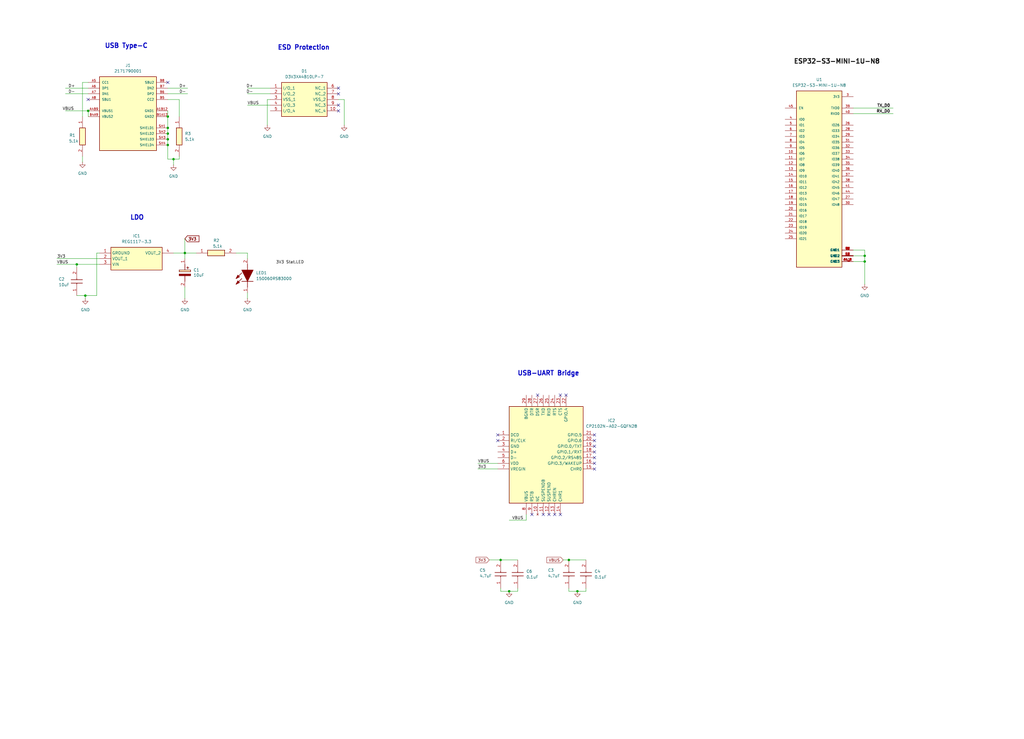
<source format=kicad_sch>
(kicad_sch (version 20250114) (generator "eeschema") (generator_version "9.0")
  (paper "User" 457.2 330.2)
  (lib_symbols
    (symbol "217179-0001:2171790001" (pin_names (offset 1.016))
      (property "Reference" "J" (at -12.7 16.002 0))
      (property "Value" "2171790001" (at -12.7 -18.542 0))
      (symbol "2171790001_0_0"
        (rectangle (start -12.7 -17.78) (end 12.7 15.24) (stroke (width 0.254)) (fill (type background)))
        (pin bidirectional line (at -17.78 12.7 0) (length 5.08) (name "CC1") (number "A5"))
        (pin bidirectional line (at -17.78 10.16 0) (length 5.08) (name "DP1") (number "A6"))
        (pin bidirectional line (at -17.78 7.62 0) (length 5.08) (name "DN1") (number "A7"))
        (pin bidirectional line (at -17.78 5.08 0) (length 5.08) (name "SBU1") (number "A8"))
        (pin power_in line (at -17.78 0 0) (length 5.08) (name "VBUS1") (number "A4B9"))
        (pin power_in line (at -17.78 -2.54 0) (length 5.08) (name "VBUS2") (number "B4A9"))
        (pin bidirectional line (at 17.78 12.7 180) (length 5.08) (name "SBU2") (number "B8"))
        (pin bidirectional line (at 17.78 10.16 180) (length 5.08) (name "DN2") (number "B7"))
        (pin bidirectional line (at 17.78 7.62 180) (length 5.08) (name "DP2") (number "B6"))
        (pin bidirectional line (at 17.78 5.08 180) (length 5.08) (name "CC2") (number "B5"))
        (pin power_in line (at 17.78 0 180) (length 5.08) (name "GND1") (number "A1B12"))
        (pin power_in line (at 17.78 -2.54 180) (length 5.08) (name "GND2") (number "B1A12"))
        (pin passive line (at 17.78 -7.62 180) (length 5.08) (name "SHIELD1") (number "SH1"))
        (pin passive line (at 17.78 -10.16 180) (length 5.08) (name "SHIELD2") (number "SH2"))
        (pin passive line (at 17.78 -12.7 180) (length 5.08) (name "SHIELD3") (number "SH3"))
        (pin passive line (at 17.78 -15.24 180) (length 5.08) (name "SHIELD4") (number "SH4"))
      )
    )
    (symbol "CP2102N-A02-GQFN28:CP2102N-A02-GQFN28"
      (property "Reference" "IC" (at 39.37 17.78 0))
      (property "Value" "CP2102N-A02-GQFN28" (at 39.37 15.24 0))
      (symbol "CP2102N-A02-GQFN28_1_1"
        (rectangle (start 5.08 12.7) (end 38.1 -30.48) (stroke (width 0.254)) (fill (type background)))
        (pin input line (at 0 0 0) (length 5.08) (name "DCD") (number "1"))
        (pin bidirectional line (at 0 -2.54 0) (length 5.08) (name "RI/CLK") (number "2"))
        (pin power_in line (at 0 -5.08 0) (length 5.08) (name "GND") (number "3"))
        (pin bidirectional line (at 0 -7.62 0) (length 5.08) (name "D+") (number "4"))
        (pin bidirectional line (at 0 -10.16 0) (length 5.08) (name "D-") (number "5"))
        (pin power_in line (at 0 -12.7 0) (length 5.08) (name "VDD") (number "6"))
        (pin power_in line (at 0 -15.24 0) (length 5.08) (name "VREGIN") (number "7"))
        (pin power_in line (at 12.7 17.78 270) (length 5.08) (name "BGND") (number "29"))
        (pin input line (at 12.7 -35.56 90) (length 5.08) (name "VBUS") (number "8"))
        (pin output line (at 15.24 17.78 270) (length 5.08) (name "DTR") (number "28"))
        (pin input line (at 15.24 -35.56 90) (length 5.08) (name "RSTB") (number "9"))
        (pin input line (at 17.78 17.78 270) (length 5.08) (name "DSR") (number "27"))
        (pin no_connect line (at 17.78 -35.56 90) (length 5.08) (name "NC") (number "10"))
        (pin output line (at 20.32 17.78 270) (length 5.08) (name "TXD") (number "26"))
        (pin output line (at 20.32 -35.56 90) (length 5.08) (name "SUSPENDB") (number "11"))
        (pin input line (at 22.86 17.78 270) (length 5.08) (name "RXD") (number "25"))
        (pin output line (at 22.86 -35.56 90) (length 5.08) (name "SUSPEND") (number "12"))
        (pin output line (at 25.4 17.78 270) (length 5.08) (name "RTS") (number "24"))
        (pin output line (at 25.4 -35.56 90) (length 5.08) (name "CHREN") (number "13"))
        (pin input line (at 27.94 17.78 270) (length 5.08) (name "CTS") (number "23"))
        (pin output line (at 27.94 -35.56 90) (length 5.08) (name "CHR1") (number "14"))
        (pin bidirectional line (at 30.48 17.78 270) (length 5.08) (name "GPIO.4") (number "22"))
        (pin bidirectional line (at 43.18 0 180) (length 5.08) (name "GPIO.5") (number "21"))
        (pin bidirectional line (at 43.18 -2.54 180) (length 5.08) (name "GPIO.6") (number "20"))
        (pin bidirectional line (at 43.18 -5.08 180) (length 5.08) (name "GPIO.0/TXT") (number "19"))
        (pin bidirectional line (at 43.18 -7.62 180) (length 5.08) (name "GPIO.1/RXT") (number "18"))
        (pin bidirectional line (at 43.18 -10.16 180) (length 5.08) (name "GPIO.2/RS485") (number "17"))
        (pin bidirectional line (at 43.18 -12.7 180) (length 5.08) (name "GPIO.3/WAKEUP") (number "16"))
        (pin output line (at 43.18 -15.24 180) (length 5.08) (name "CHR0") (number "15"))
      )
    )
    (symbol "Ceramic Cap 0.1uF 0603:06035C104JAZ2A" (pin_names (hide yes))
      (property "Reference" "C" (at 8.89 6.35 0))
      (property "Value" "06035C104JAZ2A" (at 8.89 3.81 0))
      (symbol "06035C104JAZ2A_1_1"
        (polyline (pts (xy 5.08 0) (xy 5.588 0)) (stroke (width 0.254)))
        (polyline (pts (xy 5.588 2.54) (xy 5.588 -2.54)) (stroke (width 0.254)))
        (polyline (pts (xy 7.112 2.54) (xy 7.112 -2.54)) (stroke (width 0.254)))
        (polyline (pts (xy 7.112 0) (xy 7.62 0)) (stroke (width 0.254)))
        (pin passive line (at 0 0 0) (length 5.08) (name "1") (number "1"))
        (pin passive line (at 12.7 0 180) (length 5.08) (name "2") (number "2"))
      )
    )
    (symbol "Ceramic Cap 10uF 0603:C1608X7R1A106M080AT" (pin_names (hide yes))
      (property "Reference" "C" (at 8.89 6.35 0))
      (property "Value" "C1608X7R1A106M080AT" (at 8.89 3.81 0))
      (symbol "C1608X7R1A106M080AT_1_1"
        (polyline (pts (xy 5.08 0) (xy 5.588 0)) (stroke (width 0.254)))
        (polyline (pts (xy 5.588 2.54) (xy 5.588 -2.54)) (stroke (width 0.254)))
        (polyline (pts (xy 7.112 2.54) (xy 7.112 -2.54)) (stroke (width 0.254)))
        (polyline (pts (xy 7.112 0) (xy 7.62 0)) (stroke (width 0.254)))
        (pin passive line (at 0 0 0) (length 5.08) (name "1") (number "1"))
        (pin passive line (at 12.7 0 180) (length 5.08) (name "2") (number "2"))
      )
    )
    (symbol "Ceramic Cap 4.7uF 0603:CGA3E1X5R0J475K080AC" (pin_names (hide yes))
      (property "Reference" "C" (at 8.89 6.35 0))
      (property "Value" "CGA3E1X5R0J475K080AC" (at 8.89 3.81 0))
      (symbol "CGA3E1X5R0J475K080AC_1_1"
        (polyline (pts (xy 5.08 0) (xy 5.588 0)) (stroke (width 0.254)))
        (polyline (pts (xy 5.588 2.54) (xy 5.588 -2.54)) (stroke (width 0.254)))
        (polyline (pts (xy 7.112 2.54) (xy 7.112 -2.54)) (stroke (width 0.254)))
        (polyline (pts (xy 7.112 0) (xy 7.62 0)) (stroke (width 0.254)))
        (pin passive line (at 0 0 0) (length 5.08) (name "1") (number "1"))
        (pin passive line (at 12.7 0 180) (length 5.08) (name "2") (number "2"))
      )
    )
    (symbol "D3V3XA4B10LP-7:D3V3XA4B10LP-7"
      (property "Reference" "D" (at 26.67 7.62 0))
      (property "Value" "D3V3XA4B10LP-7" (at 26.67 5.08 0))
      (symbol "D3V3XA4B10LP-7_1_1"
        (rectangle (start 5.08 2.54) (end 25.4 -12.7) (stroke (width 0.254)) (fill (type background)))
        (pin passive line (at 0 0 0) (length 5.08) (name "I/O_1") (number "1"))
        (pin passive line (at 0 -2.54 0) (length 5.08) (name "I/O_2") (number "2"))
        (pin passive line (at 0 -5.08 0) (length 5.08) (name "VSS_1") (number "3"))
        (pin passive line (at 0 -7.62 0) (length 5.08) (name "I/O_3") (number "4"))
        (pin passive line (at 0 -10.16 0) (length 5.08) (name "I/O_4") (number "5"))
        (pin passive line (at 30.48 0 180) (length 5.08) (name "NC_1") (number "6"))
        (pin passive line (at 30.48 -2.54 180) (length 5.08) (name "NC_2") (number "7"))
        (pin passive line (at 30.48 -5.08 180) (length 5.08) (name "VSS_2") (number "8"))
        (pin passive line (at 30.48 -7.62 180) (length 5.08) (name "NC_3") (number "9"))
        (pin passive line (at 30.48 -10.16 180) (length 5.08) (name "NC_4") (number "10"))
      )
    )
    (symbol "ESP32-S3-MINI-1U-N8:ESP32-S3-MINI-1U-N8" (pin_names (offset 1.016))
      (property "Reference" "U" (at -10.16 38.862 0))
      (property "Value" "ESP32-S3-MINI-1U-N8" (at -10.16 -43.18 0))
      (symbol "ESP32-S3-MINI-1U-N8_0_0"
        (rectangle (start -10.16 -40.64) (end 10.16 38.1) (stroke (width 0.254)) (fill (type background)))
        (pin input line (at -15.24 30.48 0) (length 5.08) (name "EN") (number "45"))
        (pin bidirectional line (at -15.24 25.4 0) (length 5.08) (name "IO0") (number "4"))
        (pin bidirectional line (at -15.24 22.86 0) (length 5.08) (name "IO1") (number "5"))
        (pin bidirectional line (at -15.24 20.32 0) (length 5.08) (name "IO2") (number "6"))
        (pin bidirectional line (at -15.24 17.78 0) (length 5.08) (name "IO3") (number "7"))
        (pin bidirectional line (at -15.24 15.24 0) (length 5.08) (name "IO4") (number "8"))
        (pin bidirectional line (at -15.24 12.7 0) (length 5.08) (name "IO5") (number "9"))
        (pin bidirectional line (at -15.24 10.16 0) (length 5.08) (name "IO6") (number "10"))
        (pin bidirectional line (at -15.24 7.62 0) (length 5.08) (name "IO7") (number "11"))
        (pin bidirectional line (at -15.24 5.08 0) (length 5.08) (name "IO8") (number "12"))
        (pin bidirectional line (at -15.24 2.54 0) (length 5.08) (name "IO9") (number "13"))
        (pin bidirectional line (at -15.24 0 0) (length 5.08) (name "IO10") (number "14"))
        (pin bidirectional line (at -15.24 -2.54 0) (length 5.08) (name "IO11") (number "15"))
        (pin bidirectional line (at -15.24 -5.08 0) (length 5.08) (name "IO12") (number "16"))
        (pin bidirectional line (at -15.24 -7.62 0) (length 5.08) (name "IO13") (number "17"))
        (pin bidirectional line (at -15.24 -10.16 0) (length 5.08) (name "IO14") (number "18"))
        (pin bidirectional line (at -15.24 -12.7 0) (length 5.08) (name "IO15") (number "19"))
        (pin bidirectional line (at -15.24 -15.24 0) (length 5.08) (name "IO16") (number "20"))
        (pin bidirectional line (at -15.24 -17.78 0) (length 5.08) (name "IO17") (number "21"))
        (pin bidirectional line (at -15.24 -20.32 0) (length 5.08) (name "IO18") (number "22"))
        (pin bidirectional line (at -15.24 -22.86 0) (length 5.08) (name "IO19") (number "23"))
        (pin bidirectional line (at -15.24 -25.4 0) (length 5.08) (name "IO20") (number "24"))
        (pin bidirectional line (at -15.24 -27.94 0) (length 5.08) (name "IO21") (number "25"))
        (pin power_in line (at 15.24 35.56 180) (length 5.08) (name "3V3") (number "3"))
        (pin bidirectional line (at 15.24 30.48 180) (length 5.08) (name "TXD0") (number "39"))
        (pin bidirectional line (at 15.24 27.94 180) (length 5.08) (name "RXD0") (number "40"))
        (pin bidirectional line (at 15.24 22.86 180) (length 5.08) (name "IO26") (number "26"))
        (pin bidirectional line (at 15.24 20.32 180) (length 5.08) (name "IO33") (number "28"))
        (pin bidirectional line (at 15.24 17.78 180) (length 5.08) (name "IO34") (number "29"))
        (pin bidirectional line (at 15.24 15.24 180) (length 5.08) (name "IO35") (number "31"))
        (pin bidirectional line (at 15.24 12.7 180) (length 5.08) (name "IO36") (number "32"))
        (pin bidirectional line (at 15.24 10.16 180) (length 5.08) (name "IO37") (number "33"))
        (pin bidirectional line (at 15.24 7.62 180) (length 5.08) (name "IO38") (number "34"))
        (pin bidirectional line (at 15.24 5.08 180) (length 5.08) (name "IO39") (number "35"))
        (pin bidirectional line (at 15.24 2.54 180) (length 5.08) (name "IO40") (number "36"))
        (pin bidirectional line (at 15.24 0 180) (length 5.08) (name "IO41") (number "37"))
        (pin bidirectional line (at 15.24 -2.54 180) (length 5.08) (name "IO42") (number "38"))
        (pin bidirectional line (at 15.24 -5.08 180) (length 5.08) (name "IO45") (number "41"))
        (pin bidirectional line (at 15.24 -7.62 180) (length 5.08) (name "IO46") (number "44"))
        (pin bidirectional line (at 15.24 -10.16 180) (length 5.08) (name "IO47") (number "27"))
        (pin bidirectional line (at 15.24 -12.7 180) (length 5.08) (name "IO48") (number "30"))
        (pin power_in line (at 15.24 -33.02 180) (length 5.08) (name "GND1") (number "1"))
        (pin power_in line (at 15.24 -33.02 180) (length 5.08) (name "GND1") (number "2"))
        (pin power_in line (at 15.24 -33.02 180) (length 5.08) (name "GND1") (number "42"))
        (pin power_in line (at 15.24 -33.02 180) (length 5.08) (name "GND1") (number "43"))
        (pin power_in line (at 15.24 -33.02 180) (length 5.08) (name "GND1") (number "46"))
        (pin power_in line (at 15.24 -33.02 180) (length 5.08) (name "GND1") (number "47"))
        (pin power_in line (at 15.24 -33.02 180) (length 5.08) (name "GND1") (number "48"))
        (pin power_in line (at 15.24 -33.02 180) (length 5.08) (name "GND1") (number "49"))
        (pin power_in line (at 15.24 -33.02 180) (length 5.08) (name "GND1") (number "50"))
        (pin power_in line (at 15.24 -33.02 180) (length 5.08) (name "GND1") (number "51"))
        (pin power_in line (at 15.24 -33.02 180) (length 5.08) (name "GND1") (number "52"))
        (pin power_in line (at 15.24 -33.02 180) (length 5.08) (name "GND1") (number "53"))
        (pin power_in line (at 15.24 -35.56 180) (length 5.08) (name "GND2") (number "54"))
        (pin power_in line (at 15.24 -35.56 180) (length 5.08) (name "GND2") (number "55"))
        (pin power_in line (at 15.24 -35.56 180) (length 5.08) (name "GND2") (number "56"))
        (pin power_in line (at 15.24 -35.56 180) (length 5.08) (name "GND2") (number "57"))
        (pin power_in line (at 15.24 -35.56 180) (length 5.08) (name "GND2") (number "58"))
        (pin power_in line (at 15.24 -35.56 180) (length 5.08) (name "GND2") (number "59"))
        (pin power_in line (at 15.24 -35.56 180) (length 5.08) (name "GND2") (number "62"))
        (pin power_in line (at 15.24 -35.56 180) (length 5.08) (name "GND2") (number "63"))
        (pin power_in line (at 15.24 -35.56 180) (length 5.08) (name "GND2") (number "64"))
        (pin power_in line (at 15.24 -35.56 180) (length 5.08) (name "GND2") (number "65"))
        (pin power_in line (at 15.24 -38.1 180) (length 5.08) (name "GND3") (number "60"))
        (pin power_in line (at 15.24 -38.1 180) (length 5.08) (name "GND3") (number "61_1"))
        (pin power_in line (at 15.24 -38.1 180) (length 5.08) (name "GND3") (number "61_2"))
        (pin power_in line (at 15.24 -38.1 180) (length 5.08) (name "GND3") (number "61_3"))
        (pin power_in line (at 15.24 -38.1 180) (length 5.08) (name "GND3") (number "61_4"))
        (pin power_in line (at 15.24 -38.1 180) (length 5.08) (name "GND3") (number "61_5"))
        (pin power_in line (at 15.24 -38.1 180) (length 5.08) (name "GND3") (number "61_6"))
        (pin power_in line (at 15.24 -38.1 180) (length 5.08) (name "GND3") (number "61_7"))
        (pin power_in line (at 15.24 -38.1 180) (length 5.08) (name "GND3") (number "61_8"))
        (pin power_in line (at 15.24 -38.1 180) (length 5.08) (name "GND3") (number "61_9"))
      )
    )
    (symbol "REG1117-3.3:REG1117-3.3"
      (property "Reference" "IC" (at 29.21 7.62 0))
      (property "Value" "REG1117-3.3" (at 29.21 5.08 0))
      (symbol "REG1117-3.3_1_1"
        (rectangle (start 5.08 2.54) (end 27.94 -7.62) (stroke (width 0.254)) (fill (type background)))
        (pin passive line (at 0 0 0) (length 5.08) (name "GROUND") (number "1"))
        (pin passive line (at 0 -2.54 0) (length 5.08) (name "VOUT_1") (number "2"))
        (pin passive line (at 0 -5.08 0) (length 5.08) (name "VIN") (number "3"))
        (pin passive line (at 33.02 0 180) (length 5.08) (name "VOUT_2") (number "4"))
      )
    )
    (symbol "Red LED 0603:150060RS83000" (pin_names (hide yes))
      (property "Reference" "LED" (at 12.7 8.89 0))
      (property "Value" "150060RS83000" (at 12.7 6.35 0))
      (symbol "150060RS83000_1_1"
        (polyline (pts (xy 2.54 0) (xy 5.08 0)) (stroke (width 0.254)))
        (polyline (pts (xy 5.08 2.54) (xy 5.08 -2.54)) (stroke (width 0.254)))
        (polyline (pts (xy 5.08 0) (xy 10.16 2.54) (xy 10.16 -2.54) (xy 5.08 0)) (stroke (width 0.254)) (fill (type outline)))
        (polyline (pts (xy 5.334 4.318) (xy 4.572 3.556) (xy 3.81 5.08) (xy 5.334 4.318)) (stroke (width 0.254)) (fill (type outline)))
        (polyline (pts (xy 6.35 2.54) (xy 3.81 5.08)) (stroke (width 0.254)))
        (polyline (pts (xy 7.874 4.318) (xy 7.112 3.556) (xy 6.35 5.08) (xy 7.874 4.318)) (stroke (width 0.254)) (fill (type outline)))
        (polyline (pts (xy 8.89 2.54) (xy 6.35 5.08)) (stroke (width 0.254)))
        (polyline (pts (xy 10.16 0) (xy 12.7 0)) (stroke (width 0.254)))
        (pin passive line (at 0 0 0) (length 2.54) (name "K") (number "1"))
        (pin passive line (at 15.24 0 180) (length 2.54) (name "A") (number "2"))
      )
    )
    (symbol "Res 5.1k 0603:CR0603-FX-5101ELF" (pin_names (hide yes))
      (property "Reference" "R" (at 13.97 6.35 0))
      (property "Value" "CR0603-FX-5101ELF" (at 13.97 3.81 0))
      (symbol "CR0603-FX-5101ELF_1_1"
        (rectangle (start 5.08 1.27) (end 12.7 -1.27) (stroke (width 0.254)) (fill (type background)))
        (pin passive line (at 0 0 0) (length 5.08) (name "1") (number "1"))
        (pin passive line (at 17.78 0 180) (length 5.08) (name "2") (number "2"))
      )
    )
    (symbol "Tant Cap 10uF 0603:298D106X0010M2T" (pin_names (hide yes))
      (property "Reference" "C" (at 8.89 6.35 0))
      (property "Value" "298D106X0010M2T" (at 8.89 3.81 0))
      (symbol "298D106X0010M2T_1_1"
        (polyline (pts (xy 2.54 0) (xy 5.08 0)) (stroke (width 0.254)))
        (polyline (pts (xy 4.064 1.778) (xy 4.064 0.762)) (stroke (width 0.254)))
        (polyline (pts (xy 4.572 1.27) (xy 3.556 1.27)) (stroke (width 0.254)))
        (rectangle (start 5.08 2.54) (end 5.842 -2.54) (stroke (width 0.254)) (fill (type background)))
        (polyline (pts (xy 7.62 2.54) (xy 7.62 -2.54) (xy 6.858 -2.54) (xy 6.858 2.54) (xy 7.62 2.54)) (stroke (width 0.254)) (fill (type outline)))
        (polyline (pts (xy 7.62 0) (xy 10.16 0)) (stroke (width 0.254)))
        (pin passive line (at 0 0 0) (length 2.54) (name "+") (number "1"))
        (pin passive line (at 12.7 0 180) (length 2.54) (name "-") (number "2"))
      )
    )
    (symbol "power:GND" (power) (pin_numbers (hide yes)) (pin_names (offset 0) (hide yes))
      (property "Value" "GND" (at 0 -3.81 0))
      (symbol "GND_0_1"
        (polyline (pts (xy 0 0) (xy 0 -1.27) (xy 1.27 -1.27) (xy 0 -2.54) (xy -1.27 -1.27) (xy 0 -1.27)))
      )
      (symbol "GND_1_1"
        (pin power_in line (at 0 0 270) (length 0) (name "~") (number "1"))
      )
    )
  )
  (text "LDO\n" (at 61.214 97.282 0) (effects (font (size 2.032 2.032) (thickness 0.4064) (bold yes))))
  (text "USB-UART Bridge\n" (at 244.856 166.878 0) (effects (font (size 2.032 2.032) (thickness 0.4064) (bold yes))))
  (text "ESD Protection \n" (at 136.398 21.336 0) (effects (font (size 2.032 2.032) (thickness 0.4064) (bold yes))))
  (text "USB Type-C\n" (at 56.388 20.574 0) (effects (font (size 2.032 2.032) (thickness 0.4064) (bold yes))))
  (junction (at 254 250.19))
  (junction (at 74.93 62.23))
  (junction (at 74.93 52.07))
  (junction (at 257.81 264.16))
  (junction (at 39.37 49.53))
  (junction (at 74.93 64.77))
  (junction (at 386.08 114.3))
  (junction (at 77.47 71.12))
  (junction (at 386.08 116.84))
  (junction (at 34.29 118.11))
  (junction (at 74.93 57.15))
  (junction (at 74.93 59.69))
  (junction (at 227.33 264.16))
  (junction (at 82.55 113.03))
  (junction (at 38.1 132.08))
  (junction (at 223.52 250.19))
  (no_connect (at 240.03 176.53))
  (no_connect (at 242.57 229.87))
  (no_connect (at 74.93 36.83))
  (no_connect (at 151.13 49.53))
  (no_connect (at 222.25 194.31))
  (no_connect (at 265.43 207.01))
  (no_connect (at 265.43 194.31))
  (no_connect (at 245.11 229.87))
  (no_connect (at 250.19 176.53))
  (no_connect (at 237.49 229.87))
  (no_connect (at 250.19 229.87))
  (no_connect (at 265.43 201.93))
  (no_connect (at 265.43 196.85))
  (no_connect (at 151.13 39.37))
  (no_connect (at 222.25 196.85))
  (no_connect (at 151.13 46.99))
  (no_connect (at 265.43 209.55))
  (no_connect (at 265.43 199.39))
  (no_connect (at 247.65 229.87))
  (no_connect (at 151.13 41.91))
  (no_connect (at 265.43 204.47))
  (no_connect (at 252.73 176.53))
  (no_connect (at 39.37 44.45))
  (wire (pts (xy 386.08 114.3) (xy 386.08 116.84)))
  (wire (pts (xy 80.01 44.45) (xy 80.01 52.07)))
  (wire (pts (xy 254 250.19) (xy 261.62 250.19)))
  (wire (pts (xy 381 116.84) (xy 386.08 116.84)))
  (wire (pts (xy 251.46 250.19) (xy 254 250.19)))
  (wire (pts (xy 74.93 59.69) (xy 74.93 62.23)))
  (wire (pts (xy 74.93 49.53) (xy 74.93 52.07)))
  (wire (pts (xy 29.21 41.91) (xy 39.37 41.91)))
  (wire (pts (xy 34.29 118.11) (xy 34.29 119.38)))
  (wire (pts (xy 227.33 264.16) (xy 231.14 264.16)))
  (wire (pts (xy 74.93 39.37) (xy 83.82 39.37)))
  (wire (pts (xy 386.08 116.84) (xy 386.08 127)))
  (wire (pts (xy 36.83 69.85) (xy 36.83 72.39)))
  (wire (pts (xy 74.93 62.23) (xy 74.93 64.77)))
  (wire (pts (xy 218.44 250.19) (xy 223.52 250.19)))
  (wire (pts (xy 254 262.89) (xy 254 264.16)))
  (wire (pts (xy 82.55 113.03) (xy 82.55 115.57)))
  (wire (pts (xy 77.47 71.12) (xy 80.01 71.12)))
  (wire (pts (xy 82.55 113.03) (xy 87.63 113.03)))
  (wire (pts (xy 29.21 39.37) (xy 39.37 39.37)))
  (wire (pts (xy 105.41 113.03) (xy 110.49 113.03)))
  (wire (pts (xy 34.29 132.08) (xy 38.1 132.08)))
  (wire (pts (xy 77.47 73.66) (xy 77.47 71.12)))
  (wire (pts (xy 110.49 113.03) (xy 110.49 115.57)))
  (wire (pts (xy 257.81 264.16) (xy 261.62 264.16)))
  (wire (pts (xy 77.47 113.03) (xy 82.55 113.03)))
  (wire (pts (xy 43.18 113.03) (xy 43.18 132.08)))
  (wire (pts (xy 25.4 115.57) (xy 44.45 115.57)))
  (wire (pts (xy 74.93 52.07) (xy 74.93 57.15)))
  (wire (pts (xy 110.49 46.99) (xy 120.65 46.99)))
  (wire (pts (xy 231.14 262.89) (xy 231.14 264.16)))
  (wire (pts (xy 234.95 229.87) (xy 234.95 232.41)))
  (wire (pts (xy 254 264.16) (xy 257.81 264.16)))
  (wire (pts (xy 110.49 39.37) (xy 120.65 39.37)))
  (wire (pts (xy 151.13 44.45) (xy 153.67 44.45)))
  (wire (pts (xy 74.93 41.91) (xy 83.82 41.91)))
  (wire (pts (xy 213.36 207.01) (xy 222.25 207.01)))
  (wire (pts (xy 36.83 36.83) (xy 36.83 52.07)))
  (wire (pts (xy 223.52 250.19) (xy 231.14 250.19)))
  (wire (pts (xy 38.1 132.08) (xy 43.18 132.08)))
  (wire (pts (xy 38.1 132.08) (xy 38.1 133.35)))
  (wire (pts (xy 381 50.8) (xy 398.78 50.8)))
  (wire (pts (xy 381 111.76) (xy 386.08 111.76)))
  (wire (pts (xy 381 114.3) (xy 386.08 114.3)))
  (wire (pts (xy 261.62 262.89) (xy 261.62 264.16)))
  (wire (pts (xy 74.93 57.15) (xy 74.93 59.69)))
  (wire (pts (xy 119.38 55.88) (xy 119.38 44.45)))
  (wire (pts (xy 82.55 106.68) (xy 82.55 113.03)))
  (wire (pts (xy 119.38 44.45) (xy 120.65 44.45)))
  (wire (pts (xy 223.52 264.16) (xy 227.33 264.16)))
  (wire (pts (xy 29.21 49.53) (xy 39.37 49.53)))
  (wire (pts (xy 82.55 128.27) (xy 82.55 133.35)))
  (wire (pts (xy 227.33 232.41) (xy 234.95 232.41)))
  (wire (pts (xy 110.49 130.81) (xy 110.49 133.35)))
  (wire (pts (xy 34.29 118.11) (xy 44.45 118.11)))
  (wire (pts (xy 386.08 111.76) (xy 386.08 114.3)))
  (wire (pts (xy 381 48.26) (xy 398.78 48.26)))
  (wire (pts (xy 74.93 64.77) (xy 74.93 71.12)))
  (wire (pts (xy 74.93 71.12) (xy 77.47 71.12)))
  (wire (pts (xy 223.52 262.89) (xy 223.52 264.16)))
  (wire (pts (xy 44.45 113.03) (xy 43.18 113.03)))
  (wire (pts (xy 153.67 44.45) (xy 153.67 55.88)))
  (wire (pts (xy 36.83 36.83) (xy 39.37 36.83)))
  (wire (pts (xy 80.01 44.45) (xy 74.93 44.45)))
  (wire (pts (xy 39.37 49.53) (xy 39.37 52.07)))
  (wire (pts (xy 25.4 118.11) (xy 34.29 118.11)))
  (wire (pts (xy 213.36 209.55) (xy 222.25 209.55)))
  (wire (pts (xy 110.49 41.91) (xy 120.65 41.91)))
  (wire (pts (xy 80.01 69.85) (xy 80.01 71.12)))
  (label "D-" (at 113.03 41.91 180))
  (label "3V3" (at 29.21 115.57 180) (effects (font (thickness 0.1588))))
  (label "VBUS" (at 228.6 232.41 0))
  (label "D-" (at 30.48 41.91 0))
  (label "ESP32-S3-MINI-1U-N8" (at 354.33 29.21 0) (effects (font (size 2.032 2.032) (thickness 0.4064) (bold yes))))
  (label "VBUS" (at 30.48 118.11 180) (effects (font (thickness 0.1588))))
  (label "D+" (at 113.03 39.37 180))
  (label "VBUS" (at 33.02 49.53 180) (effects (font (thickness 0.1588))))
  (label "VBUS" (at 213.36 207.01 0))
  (label "TX_D0" (at 397.51 48.26 180) (effects (font (thickness 0.254) (bold yes))))
  (label "VBUS" (at 110.49 46.99 0))
  (label "D+" (at 80.01 39.37 0))
  (label "3V3" (at 213.36 209.55 0))
  (label "D+" (at 30.48 39.37 0))
  (label "RX_D0" (at 397.51 50.8 180) (effects (font (thickness 0.254) (bold yes))))
  (label "3V3 Stat.LED" (at 123.19 118.11 0))
  (label "D-" (at 80.01 41.91 0))
  (global_label "VBUS" (shape input) (at 251.46 250.19 180) (property "Intersheetrefs" "${INTERSHEET_REFS}" (effects (hide yes))))
  (global_label "3V3" (shape input) (at 82.55 106.68 0) (effects (font (thickness 0.254) (bold yes))) (property "Intersheetrefs" "${INTERSHEET_REFS}" (effects (hide yes))))
  (global_label "3V3" (shape input) (at 218.44 250.19 180) (property "Intersheetrefs" "${INTERSHEET_REFS}" (effects (hide yes))))
  (symbol (lib_id "power:GND") (at 36.83 72.39 0) (unit 1)
    (property "Reference" "#PWR01" (effects (hide yes)))
    (property "Value" "GND" (at 36.83 77.47 0))
    (property "Description" "Power symbol creates a global label with name \"GND\" , ground" (effects (hide yes)))
  )
  (symbol (lib_id "power:GND") (at 38.1 133.35 0) (unit 1)
    (property "Reference" "#PWR06" (effects (hide yes)))
    (property "Value" "GND" (at 38.1 138.43 0))
    (property "Description" "Power symbol creates a global label with name \"GND\" , ground" (effects (hide yes)))
  )
  (symbol (lib_id "power:GND") (at 77.47 73.66 0) (unit 1)
    (property "Reference" "#PWR02" (effects (hide yes)))
    (property "Value" "GND" (at 77.47 78.74 0))
    (property "Description" "Power symbol creates a global label with name \"GND\" , ground" (effects (hide yes)))
  )
  (symbol (lib_id "Ceramic Cap 0.1uF 0603:06035C104JAZ2A") (at 261.62 262.89 90) (unit 1)
    (property "Reference" "C4" (at 265.43 255.2699 90) (effects (justify right)))
    (property "Value" "0.1uF" (at 265.43 257.8099 90) (effects (justify right)))
    (property "Footprint" "CAPC1608X90N" (effects (hide yes)))
    (property "Datasheet" "https://componentsearchengine.com/Datasheets/1/06031A100FAT2A.pdf" (effects (hide yes)))
    (property "Description" "Multilayer Ceramic Capacitors MLCC - SMD/SMT 50V .1uF X7R 0603 5% Tol FLEX" (effects (hide yes)))
    (property "Height" "0.9" (effects (hide yes)))
    (property "Mouser Part Number" "581-06035C104JAZ2A" (effects (hide yes)))
    (property "Mouser Price/Stock" "https://www.mouser.co.uk/ProductDetail/KYOCERA-AVX/06035C104JAZ2A?qs=EDI1jfcU%252BUBRJ28zH0bamw%3D%3D" (effects (hide yes)))
    (property "Manufacturer_Name" "Kyocera AVX" (effects (hide yes)))
    (property "Manufacturer_Part_Number" "06035C104JAZ2A" (effects (hide yes)))
  )
  (symbol (lib_id "power:GND") (at 110.49 133.35 0) (unit 1)
    (property "Reference" "#PWR07" (effects (hide yes)))
    (property "Value" "GND" (at 110.49 138.43 0))
    (property "Description" "Power symbol creates a global label with name \"GND\" , ground" (effects (hide yes)))
  )
  (symbol (lib_id "power:GND") (at 386.08 127 0) (unit 1)
    (property "Reference" "#PWR08" (effects (hide yes)))
    (property "Value" "GND" (at 386.08 132.08 0))
    (property "Description" "Power symbol creates a global label with name \"GND\" , ground" (effects (hide yes)))
  )
  (symbol (lib_id "power:GND") (at 257.81 264.16 0) (unit 1)
    (property "Reference" "#PWR09" (effects (hide yes)))
    (property "Value" "GND" (at 257.81 269.24 0))
    (property "Description" "Power symbol creates a global label with name \"GND\" , ground" (effects (hide yes)))
  )
  (symbol (lib_id "ESP32-S3-MINI-1U-N8:ESP32-S3-MINI-1U-N8") (at 365.76 78.74 0) (unit 1)
    (property "Reference" "U1" (at 365.76 35.56 0))
    (property "Value" "ESP32-S3-MINI-1U-N8" (at 365.76 38.1 0))
    (property "Footprint" "ESP32-S3-MINI-1U-N8:XCVR_ESP32-S3-MINI-1U-N8" (effects (hide yes)))
    (property "MF" "Espressif Systems" (effects (hide yes)))
    (property "MAXIMUM_PACKAGE_HEIGHT" "2.55 mm" (effects (hide yes)))
    (property "Package" "VFQFN-56 Espressif Systems" (effects (hide yes)))
    (property "Price" "None" (effects (hide yes)))
    (property "Check_prices" "https://www.snapeda.com/parts/ESP32-S3-MINI-1U-N8/Espressif+Systems/view-part/?ref=eda" (effects (hide yes)))
    (property "STANDARD" "Manufacturer recommendations" (effects (hide yes)))
    (property "PARTREV" "1.2" (effects (hide yes)))
    (property "SnapEDA_Link" "https://www.snapeda.com/parts/ESP32-S3-MINI-1U-N8/Espressif+Systems/view-part/?ref=snap" (effects (hide yes)))
    (property "MP" "ESP32-S3-MINI-1U-N8" (effects (hide yes)))
    (property "Description_1" "Bluetooth, WiFi 802.11b/g/n, Bluetooth v5.0 Transceiver Module 2.4GHz Antenna Not Included, U.FL Surface Mount" (effects (hide yes)))
    (property "Availability" "In Stock" (effects (hide yes)))
    (property "MANUFACTURER" "Espressif Systems" (effects (hide yes)))
  )
  (symbol (lib_id "Ceramic Cap 4.7uF 0603:CGA3E1X5R0J475K080AC") (at 223.52 262.89 90) (unit 1)
    (property "Reference" "C5" (at 214.122 254.762 90) (effects (justify right)))
    (property "Value" "4.7uF" (at 214.122 257.302 90) (effects (justify right)))
    (property "Footprint" "CAPC1608X90N" (effects (hide yes)))
    (property "Description" "Multilayer Ceramic Chip Capacitors, Capacitance=4.7uF, LxWxT:1.6x0.8x0.8mm" (effects (hide yes)))
    (property "Height" "0.9" (effects (hide yes)))
    (property "Mouser Part Number" "810-CGA3E1X5R0J475K" (effects (hide yes)))
    (property "Mouser Price/Stock" "https://www.mouser.co.uk/ProductDetail/TDK/CGA3E1X5R0J475K080AC?qs=NRhsANhppD%2FXGKZ5N5lDCw%3D%3D" (effects (hide yes)))
    (property "Manufacturer_Name" "TDK" (effects (hide yes)))
    (property "Manufacturer_Part_Number" "CGA3E1X5R0J475K080AC" (effects (hide yes)))
  )
  (symbol (lib_id "Ceramic Cap 0.1uF 0603:06035C104JAZ2A") (at 231.14 262.89 90) (unit 1)
    (property "Reference" "C6" (at 234.95 255.2699 90) (effects (justify right)))
    (property "Value" "0.1uF" (at 234.95 257.8099 90) (effects (justify right)))
    (property "Footprint" "CAPC1608X90N" (effects (hide yes)))
    (property "Datasheet" "https://componentsearchengine.com/Datasheets/1/06031A100FAT2A.pdf" (effects (hide yes)))
    (property "Description" "Multilayer Ceramic Capacitors MLCC - SMD/SMT 50V .1uF X7R 0603 5% Tol FLEX" (effects (hide yes)))
    (property "Height" "0.9" (effects (hide yes)))
    (property "Mouser Part Number" "581-06035C104JAZ2A" (effects (hide yes)))
    (property "Mouser Price/Stock" "https://www.mouser.co.uk/ProductDetail/KYOCERA-AVX/06035C104JAZ2A?qs=EDI1jfcU%252BUBRJ28zH0bamw%3D%3D" (effects (hide yes)))
    (property "Manufacturer_Name" "Kyocera AVX" (effects (hide yes)))
    (property "Manufacturer_Part_Number" "06035C104JAZ2A" (effects (hide yes)))
  )
  (symbol (lib_id "D3V3XA4B10LP-7:D3V3XA4B10LP-7") (at 120.65 39.37 0) (unit 1)
    (property "Reference" "D1" (at 135.89 31.75 0))
    (property "Value" "D3V3XA4B10LP-7" (at 135.89 34.29 0))
    (property "Footprint" "D3V3XA4B10LP7" (effects (hide yes)))
    (property "Datasheet" "https://www.diodes.com/assets/Datasheets/D3V3XA4B10LP.pdf" (effects (hide yes)))
    (property "Description" "9.4V (Typ) Clamp 4A (8/20s) Ipp Tvs Diode Surface Mount U-DFN2510-10" (effects (hide yes)))
    (property "Height" "0.605" (effects (hide yes)))
    (property "Mouser Part Number" "621-D3V3XA4B10LP-7" (effects (hide yes)))
    (property "Mouser Price/Stock" "https://www.mouser.co.uk/ProductDetail/Diodes-Incorporated/D3V3XA4B10LP-7?qs=gZXFycFWdAPojYkoyRsLeQ%3D%3D" (effects (hide yes)))
    (property "Manufacturer_Name" "Diodes Incorporated" (effects (hide yes)))
    (property "Manufacturer_Part_Number" "D3V3XA4B10LP-7" (effects (hide yes)))
  )
  (symbol (lib_id "power:GND") (at 82.55 133.35 0) (unit 1)
    (property "Reference" "#PWR05" (effects (hide yes)))
    (property "Value" "GND" (at 82.55 138.43 0))
    (property "Description" "Power symbol creates a global label with name \"GND\" , ground" (effects (hide yes)))
  )
  (symbol (lib_id "Res 5.1k 0603:CR0603-FX-5101ELF") (at 36.83 52.07 270) (unit 1)
    (property "Reference" "R1" (at 30.988 60.452 90) (effects (justify left)))
    (property "Value" "5.1k" (at 30.734 62.992 90) (effects (justify left)))
    (property "Footprint" "RESC1608X55N" (effects (hide yes)))
    (property "Datasheet" "https://www.bourns.com/pdfs/chpreztr.pdf" (effects (hide yes)))
    (property "Description" "BOURNS - CR0603-FX-5101ELF - RES, THICK FILM, 5K1, 1%, 0.1W, 0603" (effects (hide yes)))
    (property "Height" "0.55" (effects (hide yes)))
    (property "Mouser Part Number" "652-CR0603FX-5101ELF" (effects (hide yes)))
    (property "Mouser Price/Stock" "https://www.mouser.co.uk/ProductDetail/Bourns/CR0603-FX-5101ELF?qs=0nF2VnfAjXkzZl7D0jRjmQ%3D%3D" (effects (hide yes)))
    (property "Manufacturer_Name" "Bourns" (effects (hide yes)))
    (property "Manufacturer_Part_Number" "CR0603-FX-5101ELF" (effects (hide yes)))
  )
  (symbol (lib_id "Red LED 0603:150060RS83000") (at 110.49 130.81 90) (unit 1)
    (property "Reference" "LED1" (at 114.3 121.9199 90) (effects (justify right)))
    (property "Value" "150060RS83000" (at 114.3 124.4599 90) (effects (justify right)))
    (property "Footprint" "LEDC1608X115N" (effects (hide yes)))
    (property "Description" "Red 625nm LED Indication - Discrete 2V 0603 (1608 Metric)" (effects (hide yes)))
    (property "Height" "1.15" (effects (hide yes)))
    (property "Manufacturer_Name" "Wurth Elektronik" (effects (hide yes)))
    (property "Manufacturer_Part_Number" "150060RS83000" (effects (hide yes)))
  )
  (symbol (lib_id "power:GND") (at 153.67 55.88 0) (unit 1)
    (property "Reference" "#PWR04" (effects (hide yes)))
    (property "Value" "GND" (at 153.67 60.96 0))
    (property "Description" "Power symbol creates a global label with name \"GND\" , ground" (effects (hide yes)))
  )
  (symbol (lib_id "power:GND") (at 119.38 55.88 0) (unit 1)
    (property "Reference" "#PWR03" (effects (hide yes)))
    (property "Value" "GND" (at 119.38 60.96 0))
    (property "Description" "Power symbol creates a global label with name \"GND\" , ground" (effects (hide yes)))
  )
  (symbol (lib_id "power:GND") (at 227.33 264.16 0) (unit 1)
    (property "Reference" "#PWR010" (effects (hide yes)))
    (property "Value" "GND" (at 227.33 269.24 0))
    (property "Description" "Power symbol creates a global label with name \"GND\" , ground" (effects (hide yes)))
  )
  (symbol (lib_id "217179-0001:2171790001") (at 57.15 49.53 0) (unit 1)
    (property "Reference" "J1" (at 57.15 29.21 0))
    (property "Value" "2171790001" (at 57.15 31.75 0))
    (property "Footprint" "2171790001:MOLEX_2171790001" (effects (hide yes)))
    (property "MF" "Molex" (effects (hide yes)))
    (property "MAXIMUM_PACKAGE_HEIGHT" "3.16 mm" (effects (hide yes)))
    (property "Package" "None" (effects (hide yes)))
    (property "Price" "None" (effects (hide yes)))
    (property "Check_prices" "https://www.snapeda.com/parts/2171790001/Molex/view-part/?ref=eda" (effects (hide yes)))
    (property "STANDARD" "Manufacturer Recommendations" (effects (hide yes)))
    (property "PARTREV" "A1" (effects (hide yes)))
    (property "SnapEDA_Link" "https://www.snapeda.com/parts/2171790001/Molex/view-part/?ref=snap" (effects (hide yes)))
    (property "MP" "2171790001" (effects (hide yes)))
    (property "Description_1" "Universal Serial Bus (USB) Shielded I/O Receptacle, Type C, Right-Angle, Surface Mount, Top Mount, Single Row, 16 Circuits, Gold (Au) Plating" (effects (hide yes)))
    (property "Availability" "In Stock" (effects (hide yes)))
    (property "MANUFACTURER" "Molex" (effects (hide yes)))
  )
  (symbol (lib_id "Res 5.1k 0603:CR0603-FX-5101ELF") (at 80.01 52.07 270) (unit 1)
    (property "Reference" "R3" (at 82.55 59.6899 90) (effects (justify left)))
    (property "Value" "5.1k" (at 82.55 62.2299 90) (effects (justify left)))
    (property "Footprint" "RESC1608X55N" (effects (hide yes)))
    (property "Datasheet" "https://www.bourns.com/pdfs/chpreztr.pdf" (effects (hide yes)))
    (property "Description" "BOURNS - CR0603-FX-5101ELF - RES, THICK FILM, 5K1, 1%, 0.1W, 0603" (effects (hide yes)))
    (property "Height" "0.55" (effects (hide yes)))
    (property "Mouser Part Number" "652-CR0603FX-5101ELF" (effects (hide yes)))
    (property "Mouser Price/Stock" "https://www.mouser.co.uk/ProductDetail/Bourns/CR0603-FX-5101ELF?qs=0nF2VnfAjXkzZl7D0jRjmQ%3D%3D" (effects (hide yes)))
    (property "Manufacturer_Name" "Bourns" (effects (hide yes)))
    (property "Manufacturer_Part_Number" "CR0603-FX-5101ELF" (effects (hide yes)))
  )
  (symbol (lib_id "Ceramic Cap 10uF 0603:C1608X7R1A106M080AT") (at 34.29 132.08 90) (unit 1)
    (property "Reference" "C2" (at 26.162 124.714 90) (effects (justify right)))
    (property "Value" "10uF" (at 26.162 127.254 90) (effects (justify right)))
    (property "Footprint" "CAPC1608X90N" (effects (hide yes)))
    (property "Datasheet" "https://product.tdk.com/system/files/dam/doc/product/capacitor/ceramic/mlcc/catalog/mlcc_commercial_general_en.pdf" (effects (hide yes)))
    (property "Description" "Multilayer Ceramic Capacitors MLCC - SMD/SMT Commercial Grade,MLCC,0603,X7R,10V,10uF,+/-20%,0.8mm" (effects (hide yes)))
    (property "Height" "0.9" (effects (hide yes)))
    (property "Mouser Part Number" "810-C1608X7R1A106M08" (effects (hide yes)))
    (property "Mouser Price/Stock" "https://www.mouser.co.uk/ProductDetail/TDK/C1608X7R1A106M080AT?qs=Vi0JKjFBtYn5h0pkhcUtLQ%3D%3D" (effects (hide yes)))
    (property "Manufacturer_Name" "TDK" (effects (hide yes)))
    (property "Manufacturer_Part_Number" "C1608X7R1A106M080AT" (effects (hide yes)))
  )
  (symbol (lib_id "Res 5.1k 0603:CR0603-FX-5101ELF") (at 87.63 113.03 0) (unit 1)
    (property "Reference" "R2" (at 95.25 107.442 0) (effects (justify left)))
    (property "Value" "5.1k" (at 94.996 109.982 0) (effects (justify left)))
    (property "Footprint" "RESC1608X55N" (effects (hide yes)))
    (property "Datasheet" "https://www.bourns.com/pdfs/chpreztr.pdf" (effects (hide yes)))
    (property "Description" "BOURNS - CR0603-FX-5101ELF - RES, THICK FILM, 5K1, 1%, 0.1W, 0603" (effects (hide yes)))
    (property "Height" "0.55" (effects (hide yes)))
    (property "Mouser Part Number" "652-CR0603FX-5101ELF" (effects (hide yes)))
    (property "Mouser Price/Stock" "https://www.mouser.co.uk/ProductDetail/Bourns/CR0603-FX-5101ELF?qs=0nF2VnfAjXkzZl7D0jRjmQ%3D%3D" (effects (hide yes)))
    (property "Manufacturer_Name" "Bourns" (effects (hide yes)))
    (property "Manufacturer_Part_Number" "CR0603-FX-5101ELF" (effects (hide yes)))
  )
  (symbol (lib_id "REG1117-3.3:REG1117-3.3") (at 44.45 113.03 0) (unit 1)
    (property "Reference" "IC1" (at 60.96 105.41 0))
    (property "Value" "REG1117-3.3" (at 60.96 107.95 0))
    (property "Footprint" "SOT230P700X180-4N" (effects (hide yes)))
    (property "Datasheet" "https://datasheet.datasheetarchive.com/originals/distributors/Datasheets-SFU2/DSASFU100026654.pdf" (effects (hide yes)))
    (property "Description" "800mA,3.3V,LDO Voltage Reg.,REG1117-3.3 Texas Instruments REG1117-3.3, LDO Voltage Regulator, 0.8A, 3.3 V +/-1%, 3.8  15 Vin, 4-Pin SOT-223" (effects (hide yes)))
    (property "Height" "1.8" (effects (hide yes)))
    (property "Mouser Part Number" "595-REG1117-3.3" (effects (hide yes)))
    (property "Mouser Price/Stock" "https://www.mouser.co.uk/ProductDetail/Texas-Instruments/REG1117-3.3?qs=sSOk4GDDv7y9bL0tER%2FZXw%3D%3D" (effects (hide yes)))
    (property "Manufacturer_Name" "Texas Instruments" (effects (hide yes)))
    (property "Manufacturer_Part_Number" "REG1117-3.3" (effects (hide yes)))
  )
  (symbol (lib_id "Tant Cap 10uF 0603:298D106X0010M2T") (at 82.55 115.57 270) (unit 1)
    (property "Reference" "C1" (at 86.36 120.6499 90) (effects (justify left)))
    (property "Value" "10uF" (at 86.36 122.936 90) (effects (justify left)))
    (property "Footprint" "298D106X0010M2T" (effects (hide yes)))
    (property "Datasheet" "https://www.vishay.com/docs/40065/298d298w.pdf" (effects (hide yes)))
    (property "Description" "Vishay Tantalum Electrolytic Capacitor 10F 10V dc Solid +/-20% Tolerance" (effects (hide yes)))
    (property "Height" "0.9" (effects (hide yes)))
    (property "Mouser Part Number" "71-298D106X0010M2T" (effects (hide yes)))
    (property "Mouser Price/Stock" "https://www.mouser.co.uk/ProductDetail/Vishay-Sprague/298D106X0010M2T?qs=u8huD7HxK6YNwOjmakBJfQ%3D%3D" (effects (hide yes)))
    (property "Manufacturer_Name" "Vishay" (effects (hide yes)))
    (property "Manufacturer_Part_Number" "298D106X0010M2T" (effects (hide yes)))
  )
  (symbol (lib_id "CP2102N-A02-GQFN28:CP2102N-A02-GQFN28") (at 222.25 194.31 0) (unit 1)
    (property "Reference" "IC2" (at 273.05 187.8898 0))
    (property "Value" "CP2102N-A02-GQFN28" (at 273.05 190.4298 0))
    (property "Footprint" "QFN50P500X500X80-29N-D" (effects (hide yes)))
    (property "Datasheet" "https://componentsearchengine.com/Datasheets/2/CP2102N-A02-GQFN28.pdf" (effects (hide yes)))
    (property "Description" "SILICON LABS - CP2102N-A02-GQFN28 - USB TO UART BRIDGE, -40 TO 85DEG C" (effects (hide yes)))
    (property "Height" "0.8" (effects (hide yes)))
    (property "Mouser Part Number" "634-CP2102NA02GQFN28" (effects (hide yes)))
    (property "Mouser Price/Stock" "https://www.mouser.co.uk/ProductDetail/Silicon-Labs/CP2102N-A02-GQFN28?qs=u16ybLDytRaSBkSkyjYFiA%3D%3D" (effects (hide yes)))
    (property "Manufacturer_Name" "Silicon Labs" (effects (hide yes)))
    (property "Manufacturer_Part_Number" "CP2102N-A02-GQFN28" (effects (hide yes)))
  )
  (symbol (lib_id "Ceramic Cap 4.7uF 0603:CGA3E1X5R0J475K080AC") (at 254 262.89 90) (unit 1)
    (property "Reference" "C3" (at 244.602 254.762 90) (effects (justify right)))
    (property "Value" "4.7uF" (at 244.602 257.302 90) (effects (justify right)))
    (property "Footprint" "CAPC1608X90N" (effects (hide yes)))
    (property "Description" "Multilayer Ceramic Chip Capacitors, Capacitance=4.7uF, LxWxT:1.6x0.8x0.8mm" (effects (hide yes)))
    (property "Height" "0.9" (effects (hide yes)))
    (property "Mouser Part Number" "810-CGA3E1X5R0J475K" (effects (hide yes)))
    (property "Mouser Price/Stock" "https://www.mouser.co.uk/ProductDetail/TDK/CGA3E1X5R0J475K080AC?qs=NRhsANhppD%2FXGKZ5N5lDCw%3D%3D" (effects (hide yes)))
    (property "Manufacturer_Name" "TDK" (effects (hide yes)))
    (property "Manufacturer_Part_Number" "CGA3E1X5R0J475K080AC" (effects (hide yes)))
  )
)
</source>
